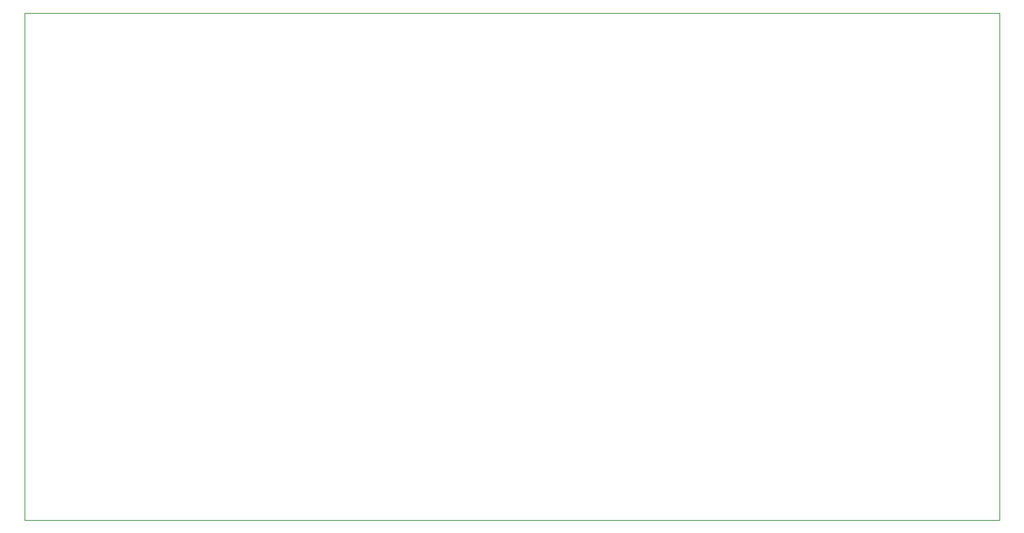
<source format=gbr>
%TF.GenerationSoftware,KiCad,Pcbnew,9.0.6*%
%TF.CreationDate,2025-12-11T12:47:50+11:00*%
%TF.ProjectId,vali-macroPAD,76616c69-2d6d-4616-9372-6f5041442e6b,rev?*%
%TF.SameCoordinates,Original*%
%TF.FileFunction,Profile,NP*%
%FSLAX46Y46*%
G04 Gerber Fmt 4.6, Leading zero omitted, Abs format (unit mm)*
G04 Created by KiCad (PCBNEW 9.0.6) date 2025-12-11 12:47:50*
%MOMM*%
%LPD*%
G01*
G04 APERTURE LIST*
%TA.AperFunction,Profile*%
%ADD10C,0.050000*%
%TD*%
G04 APERTURE END LIST*
D10*
X95250000Y-59531250D02*
X209550000Y-59531250D01*
X209550000Y-119062500D01*
X95250000Y-119062500D01*
X95250000Y-59531250D01*
M02*

</source>
